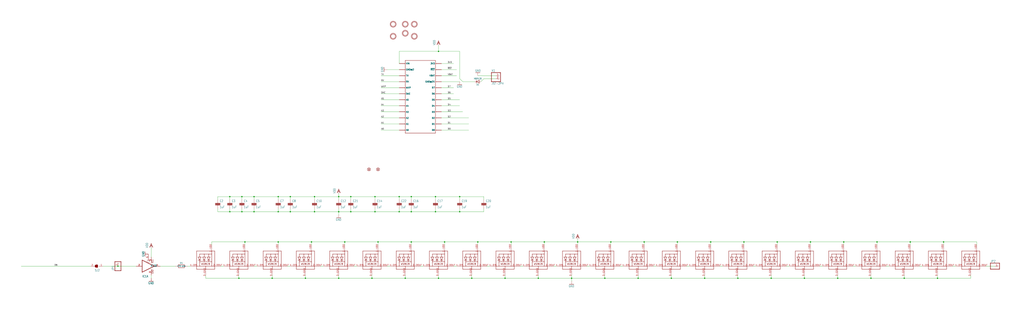
<source format=kicad_sch>
(kicad_sch (version 20230121) (generator eeschema)
  (paper "User" 860.069 262.153)
  (lib_symbols
    (symbol "working-eagle-import:741G125DBV"
      (property "Reference" "IC" (at -0.635 -0.635 0))
      (symbol "741G125DBV_1_0"
        (polyline (pts (xy -5.08 -5.08) (xy -5.08 5.08)) (stroke (width 0.4064)))
        (polyline (pts (xy 0 4.826) (xy 0 5.588)) (stroke (width 0.1524)))
        (polyline (pts (xy 5.08 0) (xy -5.08 -5.08)) (stroke (width 0.4064)))
        (polyline (pts (xy 5.08 0) (xy -5.08 5.08)) (stroke (width 0.4064)))
        (circle (center 0 3.81) (radius 1.016) (stroke (width 0.1524)))
        (pin input line (at 0 10.16 270) (length 5.08) (name "OE") (number "1"))
        (pin input line (at -10.16 0 0) (length 5.08) (name "I") (number "2"))
        (pin tri_state line (at 10.16 0 180) (length 5.08) (name "O") (number "4"))
      )
      (symbol "741G125DBV_2_0"
        (text "GND" (at 1.905 -6.35 900) (effects (font (size 1.27 1.0795)) (justify left bottom)))
        (text "VCC" (at 1.905 2.54 900) (effects (font (size 1.27 1.0795)) (justify left bottom)))
        (pin power_in line (at 0 -7.62 90) (length 5.08) (name "GND") (number "3"))
        (pin power_in line (at 0 7.62 270) (length 5.08) (name "VCC") (number "5"))
      )
    )
    (symbol "working-eagle-import:C-EUC0603"
      (property "Reference" "C" (at 1.524 0.381 0))
      (symbol "C-EUC0603_1_0"
        (rectangle (start -2.032 -2.032) (end 2.032 -1.524) (fill (type outline)))
        (rectangle (start -2.032 -1.016) (end 2.032 -0.508) (fill (type outline)))
        (polyline (pts (xy 0 -2.54) (xy 0 -2.032)) (stroke (width 0.1524)))
        (polyline (pts (xy 0 0) (xy 0 -0.508)) (stroke (width 0.1524)))
        (pin passive line (at 0 2.54 270) (length 2.54) (name "1") (number "1"))
        (pin passive line (at 0 -5.08 90) (length 2.54) (name "2") (number "2"))
      )
    )
    (symbol "working-eagle-import:CON_JST_PH_2PIN"
      (property "Reference" "X" (at -6.35 5.715 0))
      (symbol "CON_JST_PH_2PIN_1_0"
        (polyline (pts (xy -6.35 -2.54) (xy 1.27 -2.54)) (stroke (width 0.4064)))
        (polyline (pts (xy -6.35 5.08) (xy -6.35 -2.54)) (stroke (width 0.4064)))
        (polyline (pts (xy 1.27 -2.54) (xy 1.27 5.08)) (stroke (width 0.4064)))
        (polyline (pts (xy 1.27 5.08) (xy -6.35 5.08)) (stroke (width 0.4064)))
        (pin passive inverted (at -2.54 2.54 0) (length 2.54) (name "1") (number "1"))
        (pin passive inverted (at -2.54 0 0) (length 2.54) (name "2") (number "2"))
      )
    )
    (symbol "working-eagle-import:DIODESOD-123"
      (property "Reference" "D" (at 0 2.54 0))
      (symbol "DIODESOD-123_1_0"
        (polyline (pts (xy -1.27 -1.27) (xy 1.27 0)) (stroke (width 0.254)))
        (polyline (pts (xy -1.27 1.27) (xy -1.27 -1.27)) (stroke (width 0.254)))
        (polyline (pts (xy 1.27 0) (xy -1.27 1.27)) (stroke (width 0.254)))
        (polyline (pts (xy 1.27 0) (xy 1.27 -1.27)) (stroke (width 0.254)))
        (polyline (pts (xy 1.27 1.27) (xy 1.27 0)) (stroke (width 0.254)))
        (pin passive line (at -2.54 0 0) (length 2.54) (name "A") (number "A"))
        (pin passive line (at 2.54 0 180) (length 2.54) (name "C") (number "C"))
      )
    )
    (symbol "working-eagle-import:FIDUCIAL{dblquote}{dblquote}"
      (symbol "FIDUCIAL{dblquote}{dblquote}_1_0"
        (polyline (pts (xy -0.762 0.762) (xy 0.762 -0.762)) (stroke (width 0.254)))
        (polyline (pts (xy 0.762 0.762) (xy -0.762 -0.762)) (stroke (width 0.254)))
        (circle (center 0 0) (radius 1.27) (stroke (width 0.254)))
      )
    )
    (symbol "working-eagle-import:GND" (power)
      (property "Value" "GND" (at -2.54 -2.54 0))
      (symbol "GND_1_0"
        (polyline (pts (xy -1.905 0) (xy 1.905 0)) (stroke (width 0.254)))
        (pin power_in line (at 0 2.54 270) (length 2.54) (name "GND") (number "1"))
      )
    )
    (symbol "working-eagle-import:HEADER-1X1ROUND"
      (property "Reference" "JP" (at -6.35 3.175 0))
      (symbol "HEADER-1X1ROUND_1_0"
        (polyline (pts (xy -6.35 -2.54) (xy 1.27 -2.54)) (stroke (width 0.4064)))
        (polyline (pts (xy -6.35 2.54) (xy -6.35 -2.54)) (stroke (width 0.4064)))
        (polyline (pts (xy 1.27 -2.54) (xy 1.27 2.54)) (stroke (width 0.4064)))
        (polyline (pts (xy 1.27 2.54) (xy -6.35 2.54)) (stroke (width 0.4064)))
        (pin passive inverted (at -2.54 0 0) (length 2.54) (name "1") (number "1"))
      )
    )
    (symbol "working-eagle-import:MOUNTINGHOLE3.0THIN"
      (symbol "MOUNTINGHOLE3.0THIN_1_0"
        (circle (center 0 0) (radius 1.905) (stroke (width 0.254)))
        (circle (center 0 0) (radius 2.54) (stroke (width 0.254)))
      )
    )
    (symbol "working-eagle-import:PINHD-1X1CB"
      (property "Reference" "JP" (at -6.35 3.175 0))
      (symbol "PINHD-1X1CB_1_0"
        (polyline (pts (xy -6.35 -2.54) (xy 1.27 -2.54)) (stroke (width 0.4064)))
        (polyline (pts (xy -6.35 2.54) (xy -6.35 -2.54)) (stroke (width 0.4064)))
        (polyline (pts (xy 1.27 -2.54) (xy 1.27 2.54)) (stroke (width 0.4064)))
        (polyline (pts (xy 1.27 2.54) (xy -6.35 2.54)) (stroke (width 0.4064)))
        (pin passive inverted (at -2.54 0 0) (length 2.54) (name "1") (number "1"))
      )
    )
    (symbol "working-eagle-import:RESISTOR_0603_NOOUT"
      (property "Reference" "R" (at 0 2.54 0))
      (symbol "RESISTOR_0603_NOOUT_1_0"
        (polyline (pts (xy -2.54 -1.27) (xy -2.54 1.27)) (stroke (width 0.254)))
        (polyline (pts (xy -2.54 1.27) (xy 2.54 1.27)) (stroke (width 0.254)))
        (polyline (pts (xy 2.54 -1.27) (xy -2.54 -1.27)) (stroke (width 0.254)))
        (polyline (pts (xy 2.54 1.27) (xy 2.54 -1.27)) (stroke (width 0.254)))
        (pin passive line (at -5.08 0 0) (length 2.54) (name "1") (number "1"))
        (pin passive line (at 5.08 0 180) (length 2.54) (name "2") (number "2"))
      )
    )
    (symbol "working-eagle-import:SOLDERJUMPER_CLOSED"
      (property "Reference" "SJ" (at -2.54 2.54 0))
      (symbol "SOLDERJUMPER_CLOSED_1_0"
        (arc (start -0.381 -0.635) (mid 0.2541 -0.0001) (end -0.3808 0.635) (stroke (width 1.27)))
        (polyline (pts (xy -2.54 0) (xy -1.651 0)) (stroke (width 0.1524)))
        (polyline (pts (xy -0.635 0) (xy 0.635 0)) (stroke (width 0.4064)))
        (polyline (pts (xy 2.54 0) (xy 1.651 0)) (stroke (width 0.1524)))
        (arc (start 0.3808 -0.635) (mid 1.0132 -0.0001) (end 0.381 0.635) (stroke (width 1.27)))
        (pin passive line (at -5.08 0 0) (length 2.54) (name "1") (number "1"))
        (pin passive line (at 5.08 0 180) (length 2.54) (name "2") (number "2"))
      )
    )
    (symbol "working-eagle-import:SPARK_CORE"
      (symbol "SPARK_CORE_1_0"
        (polyline (pts (xy -12.7 -30.48) (xy 12.7 -30.48)) (stroke (width 0.254)))
        (polyline (pts (xy -12.7 30.48) (xy -12.7 -30.48)) (stroke (width 0.254)))
        (polyline (pts (xy 12.7 -30.48) (xy 12.7 30.48)) (stroke (width 0.254)))
        (polyline (pts (xy 12.7 30.48) (xy -12.7 30.48)) (stroke (width 0.254)))
        (pin power_in line (at -17.78 27.94 0) (length 5.08) (name "VIN") (number "#1"))
        (pin bidirectional line (at -17.78 -17.78 0) (length 5.08) (name "A2") (number "#10"))
        (pin bidirectional line (at -17.78 -22.86 0) (length 5.08) (name "A1") (number "#11"))
        (pin bidirectional line (at -17.78 -27.94 0) (length 5.08) (name "A0") (number "#12"))
        (pin bidirectional line (at 17.78 -27.94 180) (length 5.08) (name "D0") (number "#13"))
        (pin bidirectional line (at 17.78 -22.86 180) (length 5.08) (name "D1") (number "#14"))
        (pin bidirectional line (at 17.78 -17.78 180) (length 5.08) (name "D2") (number "#15"))
        (pin bidirectional line (at 17.78 -12.7 180) (length 5.08) (name "D3") (number "#16"))
        (pin bidirectional line (at 17.78 -7.62 180) (length 5.08) (name "D4") (number "#17"))
        (pin bidirectional line (at 17.78 -2.54 180) (length 5.08) (name "D5") (number "#18"))
        (pin bidirectional line (at 17.78 2.54 180) (length 5.08) (name "D6") (number "#19"))
        (pin power_in line (at -17.78 22.86 0) (length 5.08) (name "GND@2") (number "#2"))
        (pin bidirectional line (at 17.78 7.62 180) (length 5.08) (name "D7") (number "#20"))
        (pin power_in line (at 17.78 12.7 180) (length 5.08) (name "GND@21") (number "#21"))
        (pin power_in line (at 17.78 17.78 180) (length 5.08) (name "VBAT") (number "#22"))
        (pin bidirectional line (at 17.78 22.86 180) (length 5.08) (name "~{RST}") (number "#23"))
        (pin power_in line (at 17.78 27.94 180) (length 5.08) (name "3V3") (number "#24"))
        (pin bidirectional line (at -17.78 17.78 0) (length 5.08) (name "TX") (number "#3"))
        (pin bidirectional line (at -17.78 12.7 0) (length 5.08) (name "RX") (number "#4"))
        (pin bidirectional line (at -17.78 7.62 0) (length 5.08) (name "WKP") (number "#5"))
        (pin bidirectional line (at -17.78 2.54 0) (length 5.08) (name "DAC") (number "#6"))
        (pin bidirectional line (at -17.78 -2.54 0) (length 5.08) (name "A5") (number "#7"))
        (pin bidirectional line (at -17.78 -7.62 0) (length 5.08) (name "A4") (number "#8"))
        (pin bidirectional line (at -17.78 -12.7 0) (length 5.08) (name "A3") (number "#9"))
        (pin power_in line (at -17.78 27.94 0) (length 5.08) (name "VIN") (number "1"))
        (pin bidirectional line (at -17.78 -17.78 0) (length 5.08) (name "A2") (number "10"))
        (pin bidirectional line (at -17.78 -22.86 0) (length 5.08) (name "A1") (number "11"))
        (pin bidirectional line (at -17.78 -27.94 0) (length 5.08) (name "A0") (number "12"))
        (pin bidirectional line (at 17.78 -27.94 180) (length 5.08) (name "D0") (number "13"))
        (pin bidirectional line (at 17.78 -22.86 180) (length 5.08) (name "D1") (number "14"))
        (pin bidirectional line (at 17.78 -17.78 180) (length 5.08) (name "D2") (number "15"))
        (pin bidirectional line (at 17.78 -12.7 180) (length 5.08) (name "D3") (number "16"))
        (pin bidirectional line (at 17.78 -7.62 180) (length 5.08) (name "D4") (number "17"))
        (pin bidirectional line (at 17.78 -2.54 180) (length 5.08) (name "D5") (number "18"))
        (pin bidirectional line (at 17.78 2.54 180) (length 5.08) (name "D6") (number "19"))
        (pin power_in line (at -17.78 22.86 0) (length 5.08) (name "GND@2") (number "2"))
        (pin bidirectional line (at 17.78 7.62 180) (length 5.08) (name "D7") (number "20"))
        (pin power_in line (at 17.78 12.7 180) (length 5.08) (name "GND@21") (number "21"))
        (pin power_in line (at 17.78 17.78 180) (length 5.08) (name "VBAT") (number "22"))
        (pin bidirectional line (at 17.78 22.86 180) (length 5.08) (name "~{RST}") (number "23"))
        (pin power_in line (at 17.78 27.94 180) (length 5.08) (name "3V3") (number "24"))
        (pin bidirectional line (at -17.78 17.78 0) (length 5.08) (name "TX") (number "3"))
        (pin bidirectional line (at -17.78 12.7 0) (length 5.08) (name "RX") (number "4"))
        (pin bidirectional line (at -17.78 7.62 0) (length 5.08) (name "WKP") (number "5"))
        (pin bidirectional line (at -17.78 2.54 0) (length 5.08) (name "DAC") (number "6"))
        (pin bidirectional line (at -17.78 -2.54 0) (length 5.08) (name "A5") (number "7"))
        (pin bidirectional line (at -17.78 -7.62 0) (length 5.08) (name "A4") (number "8"))
        (pin bidirectional line (at -17.78 -12.7 0) (length 5.08) (name "A3") (number "9"))
        (pin power_in line (at -17.78 27.94 0) (length 5.08) (name "VIN") (number "@1"))
        (pin bidirectional line (at -17.78 -17.78 0) (length 5.08) (name "A2") (number "@10"))
        (pin bidirectional line (at -17.78 -22.86 0) (length 5.08) (name "A1") (number "@11"))
        (pin bidirectional line (at -17.78 -27.94 0) (length 5.08) (name "A0") (number "@12"))
        (pin bidirectional line (at 17.78 -27.94 180) (length 5.08) (name "D0") (number "@13"))
        (pin bidirectional line (at 17.78 -22.86 180) (length 5.08) (name "D1") (number "@14"))
        (pin bidirectional line (at 17.78 -17.78 180) (length 5.08) (name "D2") (number "@15"))
        (pin bidirectional line (at 17.78 -12.7 180) (length 5.08) (name "D3") (number "@16"))
        (pin bidirectional line (at 17.78 -7.62 180) (length 5.08) (name "D4") (number "@17"))
        (pin bidirectional line (at 17.78 -2.54 180) (length 5.08) (name "D5") (number "@18"))
        (pin bidirectional line (at 17.78 2.54 180) (length 5.08) (name "D6") (number "@19"))
        (pin power_in line (at -17.78 22.86 0) (length 5.08) (name "GND@2") (number "@2"))
        (pin bidirectional line (at 17.78 7.62 180) (length 5.08) (name "D7") (number "@20"))
        (pin power_in line (at 17.78 12.7 180) (length 5.08) (name "GND@21") (number "@21"))
        (pin power_in line (at 17.78 17.78 180) (length 5.08) (name "VBAT") (number "@22"))
        (pin bidirectional line (at 17.78 22.86 180) (length 5.08) (name "~{RST}") (number "@23"))
        (pin power_in line (at 17.78 27.94 180) (length 5.08) (name "3V3") (number "@24"))
        (pin bidirectional line (at -17.78 17.78 0) (length 5.08) (name "TX") (number "@3"))
        (pin bidirectional line (at -17.78 12.7 0) (length 5.08) (name "RX") (number "@4"))
        (pin bidirectional line (at -17.78 7.62 0) (length 5.08) (name "WKP") (number "@5"))
        (pin bidirectional line (at -17.78 2.54 0) (length 5.08) (name "DAC") (number "@6"))
        (pin bidirectional line (at -17.78 -2.54 0) (length 5.08) (name "A5") (number "@7"))
        (pin bidirectional line (at -17.78 -7.62 0) (length 5.08) (name "A4") (number "@8"))
        (pin bidirectional line (at -17.78 -12.7 0) (length 5.08) (name "A3") (number "@9"))
      )
    )
    (symbol "working-eagle-import:VDD" (power)
      (property "Value" "VDD" (at -2.54 -2.54 90))
      (symbol "VDD_1_0"
        (polyline (pts (xy 0 0) (xy -1.27 -1.905)) (stroke (width 0.254)))
        (polyline (pts (xy 0 1.27) (xy -1.27 -1.905)) (stroke (width 0.254)))
        (polyline (pts (xy 1.27 -1.905) (xy 0 0)) (stroke (width 0.254)))
        (polyline (pts (xy 1.27 -1.905) (xy 0 1.27)) (stroke (width 0.254)))
        (pin power_in line (at 0 -2.54 90) (length 2.54) (name "VDD") (number "1"))
      )
    )
    (symbol "working-eagle-import:WS2812B5050-NARROW"
      (symbol "WS2812B5050-NARROW_1_0"
        (polyline (pts (xy -7.62 -5.08) (xy 0 -5.08)) (stroke (width 0.254)))
        (polyline (pts (xy -7.62 -2.54) (xy -7.62 -5.08)) (stroke (width 0.254)))
        (polyline (pts (xy -7.62 10.16) (xy -7.62 -2.54)) (stroke (width 0.254)))
        (polyline (pts (xy -6.35 2.54) (xy -5.08 2.54)) (stroke (width 0.254)))
        (polyline (pts (xy -6.35 5.08) (xy -5.08 5.08)) (stroke (width 0.254)))
        (polyline (pts (xy -5.08 -2.54) (xy -7.62 -2.54)) (stroke (width 0.254)))
        (polyline (pts (xy -5.08 -2.54) (xy 0 -2.54)) (stroke (width 0.254)))
        (polyline (pts (xy -5.08 1.27) (xy -5.08 -2.54)) (stroke (width 0.254)))
        (polyline (pts (xy -5.08 2.54) (xy -6.35 5.08)) (stroke (width 0.254)))
        (polyline (pts (xy -5.08 2.54) (xy -5.08 1.27)) (stroke (width 0.254)))
        (polyline (pts (xy -5.08 2.54) (xy -3.81 5.08)) (stroke (width 0.254)))
        (polyline (pts (xy -5.08 5.08) (xy -3.81 5.08)) (stroke (width 0.254)))
        (polyline (pts (xy -5.08 7.62) (xy -5.08 5.08)) (stroke (width 0.254)))
        (polyline (pts (xy -3.81 2.54) (xy -5.08 2.54)) (stroke (width 0.254)))
        (polyline (pts (xy -2.54 2.54) (xy -1.27 2.54)) (stroke (width 0.254)))
        (polyline (pts (xy -2.54 5.08) (xy 0 5.08)) (stroke (width 0.254)))
        (polyline (pts (xy -1.27 1.27) (xy -5.08 1.27)) (stroke (width 0.254)))
        (polyline (pts (xy -1.27 2.54) (xy -2.54 5.08)) (stroke (width 0.254)))
        (polyline (pts (xy -1.27 2.54) (xy -1.27 1.27)) (stroke (width 0.254)))
        (polyline (pts (xy -1.27 2.54) (xy 0 2.54)) (stroke (width 0.254)))
        (polyline (pts (xy -1.27 5.08) (xy -1.27 7.62)) (stroke (width 0.254)))
        (polyline (pts (xy -1.27 7.62) (xy -5.08 7.62)) (stroke (width 0.254)))
        (polyline (pts (xy 0 -5.08) (xy 7.62 -5.08)) (stroke (width 0.254)))
        (polyline (pts (xy 0 -2.54) (xy 0 -5.08)) (stroke (width 0.254)))
        (polyline (pts (xy 0 -2.54) (xy 5.08 -2.54)) (stroke (width 0.254)))
        (polyline (pts (xy 0 5.08) (xy -1.27 2.54)) (stroke (width 0.254)))
        (polyline (pts (xy 1.27 5.08) (xy 2.54 2.54)) (stroke (width 0.254)))
        (polyline (pts (xy 1.27 5.08) (xy 2.54 5.08)) (stroke (width 0.254)))
        (polyline (pts (xy 2.54 1.27) (xy -1.27 1.27)) (stroke (width 0.254)))
        (polyline (pts (xy 2.54 2.54) (xy 1.27 2.54)) (stroke (width 0.254)))
        (polyline (pts (xy 2.54 2.54) (xy 2.54 1.27)) (stroke (width 0.254)))
        (polyline (pts (xy 2.54 2.54) (xy 3.81 2.54)) (stroke (width 0.254)))
        (polyline (pts (xy 2.54 2.54) (xy 3.81 5.08)) (stroke (width 0.254)))
        (polyline (pts (xy 2.54 5.08) (xy 2.54 7.62)) (stroke (width 0.254)))
        (polyline (pts (xy 2.54 7.62) (xy -1.27 7.62)) (stroke (width 0.254)))
        (polyline (pts (xy 2.54 7.62) (xy 5.08 7.62)) (stroke (width 0.254)))
        (polyline (pts (xy 3.81 5.08) (xy 2.54 5.08)) (stroke (width 0.254)))
        (polyline (pts (xy 5.08 -2.54) (xy 5.08 1.27)) (stroke (width 0.254)))
        (polyline (pts (xy 5.08 -2.54) (xy 7.62 -2.54)) (stroke (width 0.254)))
        (polyline (pts (xy 5.08 1.27) (xy 2.54 1.27)) (stroke (width 0.254)))
        (polyline (pts (xy 5.08 7.62) (xy 5.08 1.27)) (stroke (width 0.254)))
        (polyline (pts (xy 5.08 10.16) (xy -7.62 10.16)) (stroke (width 0.254)))
        (polyline (pts (xy 5.08 10.16) (xy 5.08 7.62)) (stroke (width 0.254)))
        (polyline (pts (xy 7.62 -5.08) (xy 7.62 -2.54)) (stroke (width 0.254)))
        (polyline (pts (xy 7.62 -2.54) (xy 7.62 10.16)) (stroke (width 0.254)))
        (polyline (pts (xy 7.62 10.16) (xy 5.08 10.16)) (stroke (width 0.254)))
        (text "WS2812B" (at 3.81 0 0) (effects (font (size 1.27 1.0795)) (justify right top)))
        (pin power_in line (at 5.08 15.24 270) (length 5.08) (name "VDD") (number "1-VDD"))
        (pin output line (at 12.7 -2.54 180) (length 5.08) (name "DO") (number "2-DOUT"))
        (pin power_in line (at 0 -10.16 90) (length 5.08) (name "GND") (number "3-GND"))
        (pin input line (at -12.7 -2.54 0) (length 5.08) (name "DI") (number "4-DIN"))
      )
    )
  )
  (junction (at 99.06 223.52))
  (junction (at 759.46 233.68))
  (junction (at 365.76 177.8))
  (junction (at 591.82 233.68))
  (junction (at 193.04 177.8))
  (junction (at 233.68 203.2))
  (junction (at 619.76 233.68))
  (junction (at 429.26 203.2))
  (junction (at 228.6 233.68))
  (junction (at 368.3 233.68))
  (junction (at 457.2 203.2))
  (junction (at 243.84 177.8))
  (junction (at 264.16 165.1))
  (junction (at 335.28 165.1))
  (junction (at 624.84 203.2))
  (junction (at 568.96 203.2))
  (junction (at 652.78 203.2))
  (junction (at 764.54 203.2))
  (junction (at 317.5 203.2))
  (junction (at 452.12 233.68))
  (junction (at 736.6 203.2))
  (junction (at 368.3 43.18))
  (junction (at 261.62 203.2))
  (junction (at 284.48 165.1))
  (junction (at 386.08 177.8))
  (junction (at 787.4 233.68))
  (junction (at 289.56 203.2))
  (junction (at 647.7 233.68))
  (junction (at 314.96 177.8))
  (junction (at 396.24 233.68))
  (junction (at 294.64 177.8))
  (junction (at 513.08 203.2))
  (junction (at 535.94 233.68))
  (junction (at 335.28 177.8))
  (junction (at 386.08 165.1))
  (junction (at 294.64 165.1))
  (junction (at 675.64 233.68))
  (junction (at 680.72 203.2))
  (junction (at 264.16 177.8))
  (junction (at 193.04 165.1))
  (junction (at 345.44 177.8))
  (junction (at 203.2 165.1))
  (junction (at 365.76 165.1))
  (junction (at 233.68 165.1))
  (junction (at 314.96 165.1))
  (junction (at 213.36 177.8))
  (junction (at 401.32 203.2))
  (junction (at 203.2 177.8))
  (junction (at 708.66 203.2))
  (junction (at 284.48 233.68))
  (junction (at 340.36 233.68))
  (junction (at 345.44 165.1))
  (junction (at 508 233.68))
  (junction (at 256.54 233.68))
  (junction (at 485.14 203.2))
  (junction (at 480.06 233.68))
  (junction (at 205.74 203.2))
  (junction (at 596.9 203.2))
  (junction (at 373.38 203.2))
  (junction (at 424.18 233.68))
  (junction (at 563.88 233.68))
  (junction (at 213.36 165.1))
  (junction (at 703.58 233.68))
  (junction (at 200.66 233.68))
  (junction (at 345.44 203.2))
  (junction (at 312.42 233.68))
  (junction (at 541.02 203.2))
  (junction (at 233.68 177.8))
  (junction (at 243.84 165.1))
  (junction (at 284.48 177.8))
  (junction (at 731.52 233.68))
  (junction (at 792.48 203.2))
  (wire (pts (xy 261.62 203.2) (xy 233.68 203.2)) (stroke (width 0.1524)))
  (wire (pts (xy 345.44 205.74) (xy 345.44 203.2)) (stroke (width 0.1524)))
  (wire (pts (xy 736.6 203.2) (xy 764.54 203.2)) (stroke (width 0.1524)))
  (wire (pts (xy 716.28 223.52) (xy 718.82 223.52)) (stroke (width 0.1524)))
  (wire (pts (xy 828.04 223.52) (xy 835.66 223.52)) (stroke (width 0.1524)))
  (wire (pts (xy 314.96 177.8) (xy 294.64 177.8)) (stroke (width 0.1524)))
  (wire (pts (xy 187.96 223.52) (xy 185.42 223.52)) (stroke (width 0.1524)))
  (wire (pts (xy 396.24 233.68) (xy 368.3 233.68)) (stroke (width 0.1524)))
  (wire (pts (xy 264.16 165.1) (xy 243.84 165.1)) (stroke (width 0.1524)))
  (wire (pts (xy 345.44 165.1) (xy 365.76 165.1)) (stroke (width 0.1524)))
  (wire (pts (xy 368.3 233.68) (xy 368.3 231.14)) (stroke (width 0.1524)))
  (wire (pts (xy 314.96 165.1) (xy 335.28 165.1)) (stroke (width 0.1524)))
  (wire (pts (xy 485.14 203.2) (xy 513.08 203.2)) (stroke (width 0.1524)))
  (wire (pts (xy 759.46 233.68) (xy 787.4 233.68)) (stroke (width 0.1524)))
  (wire (pts (xy 736.6 205.74) (xy 736.6 203.2)) (stroke (width 0.1524)))
  (wire (pts (xy 335.28 165.1) (xy 345.44 165.1)) (stroke (width 0.1524)))
  (wire (pts (xy 675.64 231.14) (xy 675.64 233.68)) (stroke (width 0.1524)))
  (wire (pts (xy 264.16 177.8) (xy 264.16 175.26)) (stroke (width 0.1524)))
  (wire (pts (xy 513.08 205.74) (xy 513.08 203.2)) (stroke (width 0.1524)))
  (wire (pts (xy 523.24 223.52) (xy 520.7 223.52)) (stroke (width 0.1524)))
  (wire (pts (xy 365.76 177.8) (xy 345.44 177.8)) (stroke (width 0.1524)))
  (wire (pts (xy 480.06 233.68) (xy 452.12 233.68)) (stroke (width 0.1524)))
  (wire (pts (xy 203.2 167.64) (xy 203.2 165.1)) (stroke (width 0.1524)))
  (wire (pts (xy 513.08 203.2) (xy 541.02 203.2)) (stroke (width 0.1524)))
  (wire (pts (xy 233.68 165.1) (xy 213.36 165.1)) (stroke (width 0.1524)))
  (wire (pts (xy 345.44 175.26) (xy 345.44 177.8)) (stroke (width 0.1524)))
  (wire (pts (xy 243.84 223.52) (xy 241.3 223.52)) (stroke (width 0.1524)))
  (wire (pts (xy 289.56 203.2) (xy 261.62 203.2)) (stroke (width 0.1524)))
  (wire (pts (xy 345.44 177.8) (xy 335.28 177.8)) (stroke (width 0.1524)))
  (wire (pts (xy 370.84 109.22) (xy 393.7 109.22)) (stroke (width 0.1524)))
  (wire (pts (xy 792.48 203.2) (xy 820.42 203.2)) (stroke (width 0.1524)))
  (wire (pts (xy 365.76 167.64) (xy 365.76 165.1)) (stroke (width 0.1524)))
  (wire (pts (xy 436.88 223.52) (xy 439.42 223.52)) (stroke (width 0.1524)))
  (wire (pts (xy 294.64 177.8) (xy 284.48 177.8)) (stroke (width 0.1524)))
  (wire (pts (xy 787.4 233.68) (xy 815.34 233.68)) (stroke (width 0.1524)))
  (wire (pts (xy 289.56 205.74) (xy 289.56 203.2)) (stroke (width 0.1524)))
  (wire (pts (xy 264.16 177.8) (xy 243.84 177.8)) (stroke (width 0.1524)))
  (wire (pts (xy 386.08 66.04) (xy 388.62 68.58)) (stroke (width 0.1524)))
  (wire (pts (xy 381 78.74) (xy 370.84 78.74)) (stroke (width 0.1524)))
  (wire (pts (xy 320.04 109.22) (xy 335.28 109.22)) (stroke (width 0.1524)))
  (wire (pts (xy 647.7 233.68) (xy 675.64 233.68)) (stroke (width 0.1524)))
  (wire (pts (xy 317.5 205.74) (xy 317.5 203.2)) (stroke (width 0.1524)))
  (wire (pts (xy 568.96 205.74) (xy 568.96 203.2)) (stroke (width 0.1524)))
  (wire (pts (xy 127 231.14) (xy 127 233.68)) (stroke (width 0.1524)))
  (wire (pts (xy 335.28 43.18) (xy 368.3 43.18)) (stroke (width 0.1524)))
  (wire (pts (xy 213.36 175.26) (xy 213.36 177.8)) (stroke (width 0.1524)))
  (wire (pts (xy 792.48 205.74) (xy 792.48 203.2)) (stroke (width 0.1524)))
  (wire (pts (xy 325.12 58.42) (xy 335.28 58.42)) (stroke (width 0.1524)))
  (wire (pts (xy 335.28 104.14) (xy 320.04 104.14)) (stroke (width 0.1524)))
  (wire (pts (xy 76.2 223.52) (xy 17.78 223.52)) (stroke (width 0.1524)))
  (wire (pts (xy 182.88 167.64) (xy 182.88 165.1)) (stroke (width 0.1524)))
  (wire (pts (xy 535.94 231.14) (xy 535.94 233.68)) (stroke (width 0.1524)))
  (wire (pts (xy 406.4 175.26) (xy 406.4 177.8)) (stroke (width 0.1524)))
  (wire (pts (xy 261.62 205.74) (xy 261.62 203.2)) (stroke (width 0.1524)))
  (wire (pts (xy 370.84 104.14) (xy 393.7 104.14)) (stroke (width 0.1524)))
  (wire (pts (xy 370.84 63.5) (xy 383.54 63.5)) (stroke (width 0.1524)))
  (wire (pts (xy 386.08 167.64) (xy 386.08 165.1)) (stroke (width 0.1524)))
  (wire (pts (xy 563.88 233.68) (xy 591.82 233.68)) (stroke (width 0.1524)))
  (wire (pts (xy 764.54 203.2) (xy 792.48 203.2)) (stroke (width 0.1524)))
  (wire (pts (xy 284.48 233.68) (xy 256.54 233.68)) (stroke (width 0.1524)))
  (wire (pts (xy 485.14 203.2) (xy 485.14 200.66)) (stroke (width 0.1524)))
  (wire (pts (xy 205.74 203.2) (xy 177.8 203.2)) (stroke (width 0.1524)))
  (wire (pts (xy 396.24 233.68) (xy 396.24 231.14)) (stroke (width 0.1524)))
  (wire (pts (xy 86.36 223.52) (xy 99.06 223.52)) (stroke (width 0.1524)))
  (wire (pts (xy 177.8 205.74) (xy 177.8 203.2)) (stroke (width 0.1524)))
  (wire (pts (xy 340.36 233.68) (xy 340.36 231.14)) (stroke (width 0.1524)))
  (wire (pts (xy 312.42 233.68) (xy 284.48 233.68)) (stroke (width 0.1524)))
  (wire (pts (xy 264.16 167.64) (xy 264.16 165.1)) (stroke (width 0.1524)))
  (wire (pts (xy 335.28 63.5) (xy 320.04 63.5)) (stroke (width 0.1524)))
  (wire (pts (xy 353.06 223.52) (xy 355.6 223.52)) (stroke (width 0.1524)))
  (wire (pts (xy 233.68 175.26) (xy 233.68 177.8)) (stroke (width 0.1524)))
  (wire (pts (xy 335.28 83.82) (xy 320.04 83.82)) (stroke (width 0.1524)))
  (wire (pts (xy 452.12 233.68) (xy 452.12 231.14)) (stroke (width 0.1524)))
  (wire (pts (xy 624.84 205.74) (xy 624.84 203.2)) (stroke (width 0.1524)))
  (wire (pts (xy 335.28 53.34) (xy 335.28 43.18)) (stroke (width 0.1524)))
  (wire (pts (xy 284.48 177.8) (xy 264.16 177.8)) (stroke (width 0.1524)))
  (wire (pts (xy 424.18 233.68) (xy 424.18 231.14)) (stroke (width 0.1524)))
  (wire (pts (xy 386.08 177.8) (xy 365.76 177.8)) (stroke (width 0.1524)))
  (wire (pts (xy 480.06 233.68) (xy 480.06 236.22)) (stroke (width 0.1524)))
  (wire (pts (xy 193.04 177.8) (xy 193.04 175.26)) (stroke (width 0.1524)))
  (wire (pts (xy 429.26 203.2) (xy 401.32 203.2)) (stroke (width 0.1524)))
  (wire (pts (xy 662.94 223.52) (xy 660.4 223.52)) (stroke (width 0.1524)))
  (wire (pts (xy 233.68 205.74) (xy 233.68 203.2)) (stroke (width 0.1524)))
  (wire (pts (xy 203.2 165.1) (xy 193.04 165.1)) (stroke (width 0.1524)))
  (wire (pts (xy 203.2 177.8) (xy 203.2 175.26)) (stroke (width 0.1524)))
  (wire (pts (xy 370.84 93.98) (xy 388.62 93.98)) (stroke (width 0.1524)))
  (wire (pts (xy 551.18 223.52) (xy 548.64 223.52)) (stroke (width 0.1524)))
  (wire (pts (xy 335.28 167.64) (xy 335.28 165.1)) (stroke (width 0.1524)))
  (wire (pts (xy 233.68 177.8) (xy 213.36 177.8)) (stroke (width 0.1524)))
  (wire (pts (xy 680.72 205.74) (xy 680.72 203.2)) (stroke (width 0.1524)))
  (wire (pts (xy 772.16 223.52) (xy 774.7 223.52)) (stroke (width 0.1524)))
  (wire (pts (xy 200.66 233.68) (xy 172.72 233.68)) (stroke (width 0.1524)))
  (wire (pts (xy 335.28 73.66) (xy 320.04 73.66)) (stroke (width 0.1524)))
  (wire (pts (xy 320.04 88.9) (xy 335.28 88.9)) (stroke (width 0.1524)))
  (wire (pts (xy 243.84 177.8) (xy 233.68 177.8)) (stroke (width 0.1524)))
  (wire (pts (xy 284.48 165.1) (xy 294.64 165.1)) (stroke (width 0.1524)))
  (wire (pts (xy 406.4 165.1) (xy 406.4 167.64)) (stroke (width 0.1524)))
  (wire (pts (xy 243.84 167.64) (xy 243.84 165.1)) (stroke (width 0.1524)))
  (wire (pts (xy 541.02 205.74) (xy 541.02 203.2)) (stroke (width 0.1524)))
  (wire (pts (xy 508 233.68) (xy 535.94 233.68)) (stroke (width 0.1524)))
  (wire (pts (xy 320.04 78.74) (xy 335.28 78.74)) (stroke (width 0.1524)))
  (wire (pts (xy 401.32 203.2) (xy 373.38 203.2)) (stroke (width 0.1524)))
  (wire (pts (xy 408.94 223.52) (xy 411.48 223.52)) (stroke (width 0.1524)))
  (wire (pts (xy 327.66 223.52) (xy 325.12 223.52)) (stroke (width 0.1524)))
  (wire (pts (xy 401.32 63.5) (xy 416.56 63.5)) (stroke (width 0.1524)))
  (wire (pts (xy 386.08 175.26) (xy 386.08 177.8)) (stroke (width 0.1524)))
  (wire (pts (xy 373.38 203.2) (xy 345.44 203.2)) (stroke (width 0.1524)))
  (wire (pts (xy 596.9 203.2) (xy 624.84 203.2)) (stroke (width 0.1524)))
  (wire (pts (xy 284.48 175.26) (xy 284.48 177.8)) (stroke (width 0.1524)))
  (wire (pts (xy 335.28 93.98) (xy 320.04 93.98)) (stroke (width 0.1524)))
  (wire (pts (xy 708.66 205.74) (xy 708.66 203.2)) (stroke (width 0.1524)))
  (wire (pts (xy 485.14 205.74) (xy 485.14 203.2)) (stroke (width 0.1524)))
  (wire (pts (xy 317.5 203.2) (xy 289.56 203.2)) (stroke (width 0.1524)))
  (wire (pts (xy 368.3 43.18) (xy 386.08 43.18)) (stroke (width 0.1524)))
  (wire (pts (xy 388.62 68.58) (xy 398.78 68.58)) (stroke (width 0.1524)))
  (wire (pts (xy 820.42 203.2) (xy 820.42 205.74)) (stroke (width 0.1524)))
  (wire (pts (xy 619.76 233.68) (xy 647.7 233.68)) (stroke (width 0.1524)))
  (wire (pts (xy 485.14 203.2) (xy 457.2 203.2)) (stroke (width 0.1524)))
  (wire (pts (xy 624.84 203.2) (xy 652.78 203.2)) (stroke (width 0.1524)))
  (wire (pts (xy 731.52 233.68) (xy 759.46 233.68)) (stroke (width 0.1524)))
  (wire (pts (xy 213.36 177.8) (xy 203.2 177.8)) (stroke (width 0.1524)))
  (wire (pts (xy 228.6 233.68) (xy 200.66 233.68)) (stroke (width 0.1524)))
  (wire (pts (xy 314.96 175.26) (xy 314.96 177.8)) (stroke (width 0.1524)))
  (wire (pts (xy 535.94 233.68) (xy 563.88 233.68)) (stroke (width 0.1524)))
  (wire (pts (xy 373.38 205.74) (xy 373.38 203.2)) (stroke (width 0.1524)))
  (wire (pts (xy 688.34 223.52) (xy 690.88 223.52)) (stroke (width 0.1524)))
  (wire (pts (xy 480.06 231.14) (xy 480.06 233.68)) (stroke (width 0.1524)))
  (wire (pts (xy 731.52 231.14) (xy 731.52 233.68)) (stroke (width 0.1524)))
  (wire (pts (xy 386.08 43.18) (xy 386.08 66.04)) (stroke (width 0.1524)))
  (wire (pts (xy 424.18 233.68) (xy 396.24 233.68)) (stroke (width 0.1524)))
  (wire (pts (xy 386.08 165.1) (xy 406.4 165.1)) (stroke (width 0.1524)))
  (wire (pts (xy 764.54 205.74) (xy 764.54 203.2)) (stroke (width 0.1524)))
  (wire (pts (xy 457.2 205.74) (xy 457.2 203.2)) (stroke (width 0.1524)))
  (wire (pts (xy 815.34 233.68) (xy 815.34 231.14)) (stroke (width 0.1524)))
  (wire (pts (xy 335.28 177.8) (xy 314.96 177.8)) (stroke (width 0.1524)))
  (wire (pts (xy 370.84 73.66) (xy 381 73.66)) (stroke (width 0.1524)))
  (wire (pts (xy 406.4 177.8) (xy 386.08 177.8)) (stroke (width 0.1524)))
  (wire (pts (xy 345.44 167.64) (xy 345.44 165.1)) (stroke (width 0.1524)))
  (wire (pts (xy 652.78 205.74) (xy 652.78 203.2)) (stroke (width 0.1524)))
  (wire (pts (xy 508 231.14) (xy 508 233.68)) (stroke (width 0.1524)))
  (wire (pts (xy 635 223.52) (xy 632.46 223.52)) (stroke (width 0.1524)))
  (wire (pts (xy 429.26 205.74) (xy 429.26 203.2)) (stroke (width 0.1524)))
  (wire (pts (xy 787.4 231.14) (xy 787.4 233.68)) (stroke (width 0.1524)))
  (wire (pts (xy 284.48 165.1) (xy 284.48 162.56)) (stroke (width 0.1524)))
  (wire (pts (xy 563.88 231.14) (xy 563.88 233.68)) (stroke (width 0.1524)))
  (wire (pts (xy 182.88 177.8) (xy 182.88 175.26)) (stroke (width 0.1524)))
  (wire (pts (xy 579.12 223.52) (xy 576.58 223.52)) (stroke (width 0.1524)))
  (wire (pts (xy 200.66 233.68) (xy 200.66 231.14)) (stroke (width 0.1524)))
  (wire (pts (xy 368.3 233.68) (xy 340.36 233.68)) (stroke (width 0.1524)))
  (wire (pts (xy 205.74 205.74) (xy 205.74 203.2)) (stroke (width 0.1524)))
  (wire (pts (xy 457.2 203.2) (xy 429.26 203.2)) (stroke (width 0.1524)))
  (wire (pts (xy 157.48 223.52) (xy 160.02 223.52)) (stroke (width 0.1524)))
  (wire (pts (xy 99.06 223.52) (xy 114.3 223.52)) (stroke (width 0.1524)))
  (wire (pts (xy 284.48 233.68) (xy 284.48 231.14)) (stroke (width 0.1524)))
  (wire (pts (xy 480.06 233.68) (xy 508 233.68)) (stroke (width 0.1524)))
  (wire (pts (xy 591.82 231.14) (xy 591.82 233.68)) (stroke (width 0.1524)))
  (wire (pts (xy 320.04 99.06) (xy 335.28 99.06)) (stroke (width 0.1524)))
  (wire (pts (xy 284.48 165.1) (xy 264.16 165.1)) (stroke (width 0.1524)))
  (wire (pts (xy 365.76 175.26) (xy 365.76 177.8)) (stroke (width 0.1524)))
  (wire (pts (xy 541.02 203.2) (xy 568.96 203.2)) (stroke (width 0.1524)))
  (wire (pts (xy 464.82 223.52) (xy 467.36 223.52)) (stroke (width 0.1524)))
  (wire (pts (xy 243.84 165.1) (xy 233.68 165.1)) (stroke (width 0.1524)))
  (wire (pts (xy 127 215.9) (xy 127 208.28)) (stroke (width 0.1524)))
  (wire (pts (xy 680.72 203.2) (xy 708.66 203.2)) (stroke (width 0.1524)))
  (wire (pts (xy 193.04 167.64) (xy 193.04 165.1)) (stroke (width 0.1524)))
  (wire (pts (xy 744.22 223.52) (xy 746.76 223.52)) (stroke (width 0.1524)))
  (wire (pts (xy 607.06 223.52) (xy 604.52 223.52)) (stroke (width 0.1524)))
  (wire (pts (xy 284.48 177.8) (xy 284.48 180.34)) (stroke (width 0.1524)))
  (wire (pts (xy 233.68 203.2) (xy 205.74 203.2)) (stroke (width 0.1524)))
  (wire (pts (xy 370.84 53.34) (xy 381 53.34)) (stroke (width 0.1524)))
  (wire (pts (xy 647.7 231.14) (xy 647.7 233.68)) (stroke (width 0.1524)))
  (wire (pts (xy 215.9 223.52) (xy 213.36 223.52)) (stroke (width 0.1524)))
  (wire (pts (xy 340.36 233.68) (xy 312.42 233.68)) (stroke (width 0.1524)))
  (wire (pts (xy 368.3 38.1) (xy 368.3 43.18)) (stroke (width 0.1524)))
  (wire (pts (xy 134.62 223.52) (xy 147.32 223.52)) (stroke (width 0.1524)))
  (wire (pts (xy 365.76 165.1) (xy 386.08 165.1)) (stroke (width 0.1524)))
  (wire (pts (xy 370.84 99.06) (xy 393.7 99.06)) (stroke (width 0.1524)))
  (wire (pts (xy 619.76 231.14) (xy 619.76 233.68)) (stroke (width 0.1524)))
  (wire (pts (xy 294.64 167.64) (xy 294.64 165.1)) (stroke (width 0.1524)))
  (wire (pts (xy 370.84 83.82) (xy 386.08 83.82)) (stroke (width 0.1524)))
  (wire (pts (xy 299.72 223.52) (xy 297.18 223.52)) (stroke (width 0.1524)))
  (wire (pts (xy 193.04 177.8) (xy 182.88 177.8)) (stroke (width 0.1524)))
  (wire (pts (xy 452.12 233.68) (xy 424.18 233.68)) (stroke (width 0.1524)))
  (wire (pts (xy 492.76 223.52) (xy 495.3 223.52)) (stroke (width 0.1524)))
  (wire (pts (xy 708.66 203.2) (xy 736.6 203.2)) (stroke (width 0.1524)))
  (wire (pts (xy 416.56 66.04) (xy 406.4 66.04)) (stroke (width 0.1524)))
  (wire (pts (xy 203.2 177.8) (xy 193.04 177.8)) (stroke (width 0.1524)))
  (wire (pts (xy 370.84 88.9) (xy 386.08 88.9)) (stroke (width 0.1524)))
  (wire (pts (xy 703.58 231.14) (xy 703.58 233.68)) (stroke (width 0.1524)))
  (wire (pts (xy 314.96 167.64) (xy 314.96 165.1)) (stroke (width 0.1524)))
  (wire (pts (xy 381 223.52) (xy 383.54 223.52)) (stroke (width 0.1524)))
  (wire (pts (xy 193.04 165.1) (xy 182.88 165.1)) (stroke (width 0.1524)))
  (wire (pts (xy 335.28 68.58) (xy 320.04 68.58)) (stroke (width 0.1524)))
  (wire (pts (xy 172.72 233.68) (xy 172.72 231.14)) (stroke (width 0.1524)))
  (wire (pts (xy 294.64 165.1) (xy 314.96 165.1)) (stroke (width 0.1524)))
  (wire (pts (xy 294.64 175.26) (xy 294.64 177.8)) (stroke (width 0.1524)))
  (wire (pts (xy 675.64 233.68) (xy 703.58 233.68)) (stroke (width 0.1524)))
  (wire (pts (xy 228.6 233.68) (xy 228.6 231.14)) (stroke (width 0.1524)))
  (wire (pts (xy 568.96 203.2) (xy 596.9 203.2)) (stroke (width 0.1524)))
  (wire (pts (xy 256.54 233.68) (xy 256.54 231.14)) (stroke (width 0.1524)))
  (wire (pts (xy 759.46 231.14) (xy 759.46 233.68)) (stroke (width 0.1524)))
  (wire (pts (xy 401.32 205.74) (xy 401.32 203.2)) (stroke (width 0.1524)))
  (wire (pts (xy 213.36 165.1) (xy 203.2 165.1)) (stroke (width 0.1524)))
  (wire (pts (xy 383.54 58.42) (xy 370.84 58.42)) (stroke (width 0.1524)))
  (wire (pts (xy 335.28 175.26) (xy 335.28 177.8)) (stroke (width 0.1524)))
  (wire (pts (xy 703.58 233.68) (xy 731.52 233.68)) (stroke (width 0.1524)))
  (wire (pts (xy 652.78 203.2) (xy 680.72 203.2)) (stroke (width 0.1524)))
  (wire (pts (xy 406.4 66.04) (xy 403.86 68.58)) (stroke (width 0.1524)))
  (wire (pts (xy 271.78 223.52) (xy 269.24 223.52)) (stroke (width 0.1524)))
  (wire (pts (xy 284.48 167.64) (xy 284.48 165.1)) (stroke (width 0.1524)))
  (wire (pts (xy 596.9 205.74) (xy 596.9 203.2)) (stroke (width 0.1524)))
  (wire (pts (xy 256.54 233.68) (xy 228.6 233.68)) (stroke (width 0.1524)))
  (wire (pts (xy 591.82 233.68) (xy 619.76 233.68)) (stroke (width 0.1524)))
  (wire (pts (xy 800.1 223.52) (xy 802.64 223.52)) (stroke (width 0.1524)))
  (wire (pts (xy 213.36 167.64) (xy 213.36 165.1)) (stroke (width 0.1524)))
  (wire (pts (xy 233.68 167.64) (xy 233.68 165.1)) (stroke (width 0.1524)))
  (wire (pts (xy 312.42 233.68) (xy 312.42 231.14)) (stroke (width 0.1524)))
  (wire (pts (xy 370.84 68.58) (xy 386.08 68.58)) (stroke (width 0.1524)))
  (wire (pts (xy 243.84 177.8) (xy 243.84 175.26)) (stroke (width 0.1524)))
  (wire (pts (xy 345.44 203.2) (xy 317.5 203.2)) (stroke (width 0.1524)))
  (label "RX" (at 320.04 68.58 0) (effects (font (size 1.2446 1.2446))))
  (label "D5" (at 375.92 83.82 0) (effects (font (size 1.2446 1.2446))))
  (label "D3" (at 375.92 93.98 0) (effects (font (size 1.2446 1.2446))))
  (label "A1" (at 320.04 104.14 0) (effects (font (size 1.2446 1.2446))))
  (label "DAC" (at 320.04 78.74 0) (effects (font (size 1.2446 1.2446))))
  (label "VBAT" (at 375.92 63.5 0) (effects (font (size 1.2446 1.2446))))
  (label "D6" (at 45.72 223.52 0) (effects (font (size 1.2446 1.2446))))
  (label "A2" (at 320.04 99.06 0) (effects (font (size 1.2446 1.2446))))
  (label "D6" (at 375.92 78.74 0) (effects (font (size 1.2446 1.2446))))
  (label "D0" (at 375.92 109.22 0) (effects (font (size 1.2446 1.2446))))
  (label "A5" (at 320.04 83.82 0) (effects (font (size 1.2446 1.2446))))
  (label "D2" (at 375.92 99.06 0) (effects (font (size 1.2446 1.2446))))
  (label "A3" (at 320.04 93.98 0) (effects (font (size 1.2446 1.2446))))
  (label "D7" (at 375.92 73.66 0) (effects (font (size 1.2446 1.2446))))
  (label "3V3" (at 375.92 53.34 0) (effects (font (size 1.2446 1.2446))))
  (label "TX" (at 320.04 63.5 0) (effects (font (size 1.2446 1.2446))))
  (label "WKP" (at 320.04 73.66 0) (effects (font (size 1.2446 1.2446))))
  (label "~{RST}" (at 375.92 58.42 0) (effects (font (size 1.2446 1.2446))))
  (label "D4" (at 375.92 88.9 0) (effects (font (size 1.2446 1.2446))))
  (label "A0" (at 320.04 109.22 0) (effects (font (size 1.2446 1.2446))))
  (label "A4" (at 320.04 88.9 0) (effects (font (size 1.2446 1.2446))))
  (label "D1" (at 375.92 104.14 0) (effects (font (size 1.2446 1.2446))))
  (symbol (lib_id "working-eagle-import:PINHD-1X1CB") (at 838.2 223.52 0) (unit 1)
    (property "Reference" "JP2" (at 831.85 220.345 0) (effects (font (size 1.778 1.5113)) (justify left bottom)))
    (property "Value" "PINHD-1X1CB" (effects hide))
    (property "Footprint" "working:1X01-CLEANBIG" (effects hide))
  )
  (symbol (lib_id "working-eagle-import:C-EUC0603") (at 386.08 170.18 0) (unit 1)
    (property "Reference" "C19" (at 387.604 169.799 0) (effects (font (size 1.778 1.5113)) (justify left bottom)))
    (property "Value" "1uF" (at 387.604 174.879 0) (effects (font (size 1.778 1.5113)) (justify left bottom)))
    (property "Footprint" "working:C0603" (effects hide))
  )
  (symbol (lib_id "working-eagle-import:741G125DBV") (at 124.46 223.52 0) (unit 1)
    (property "Reference" "IC1" (at 119.38 233.045 0) (effects (font (size 1.778 1.5113)) (justify left bottom)))
    (property "Value" "741G125DBV" (effects hide))
    (property "Footprint" "working:SOT23-5" (effects hide))
  )
  (symbol (lib_id "working-eagle-import:WS2812B5050-NARROW") (at 396.24 220.98 0) (unit 1)
    (property "Reference" "LED9" (effects hide))
    (property "Value" "WS2812B5050-NARROW" (effects hide))
    (property "Footprint" "working:WS2812B-NARROW" (effects hide))
  )
  (symbol (lib_id "working-eagle-import:MOUNTINGHOLE3.0THIN") (at 330.2 30.48 0) (unit 1)
    (property "Reference" "U$3" (effects hide))
    (property "Value" "MOUNTINGHOLE3.0THIN" (effects hide))
    (property "Footprint" "working:MOUNTINGHOLE_3.0_PLATEDTHIN" (effects hide))
  )
  (symbol (lib_id "working-eagle-import:VDD") (at 485.14 198.12 0) (unit 1)
    (property "Reference" "#VDD1" (effects hide))
    (property "Value" "VDD" (at 482.6 200.66 90) (effects (font (size 1.778 1.5113)) (justify left bottom)))
  )
  (symbol (lib_id "working-eagle-import:WS2812B5050-NARROW") (at 368.3 220.98 0) (unit 1)
    (property "Reference" "LED8" (effects hide))
    (property "Value" "WS2812B5050-NARROW" (effects hide))
    (property "Footprint" "working:WS2812B-NARROW" (effects hide))
  )
  (symbol (lib_id "working-eagle-import:SPARK_CORE") (at 353.06 81.28 0) (unit 1)
    (property "Reference" "U$2" (effects hide))
    (property "Value" "PHOTON" (effects hide))
    (property "Footprint" "working:SPARK_CORE_STACKABLE" (effects hide))
  )
  (symbol (lib_id "working-eagle-import:WS2812B5050-NARROW") (at 312.42 220.98 0) (unit 1)
    (property "Reference" "LED6" (effects hide))
    (property "Value" "WS2812B5050-NARROW" (effects hide))
    (property "Footprint" "working:WS2812B-NARROW" (effects hide))
  )
  (symbol (lib_id "working-eagle-import:WS2812B5050-NARROW") (at 619.76 220.98 0) (unit 1)
    (property "Reference" "LED17" (effects hide))
    (property "Value" "WS2812B5050-NARROW" (effects hide))
    (property "Footprint" "working:WS2812B-NARROW" (effects hide))
  )
  (symbol (lib_id "working-eagle-import:GND") (at 386.08 71.12 0) (unit 1)
    (property "Reference" "#GND3" (effects hide))
    (property "Value" "GND" (at 383.54 73.66 0) (effects (font (size 1.778 1.5113)) (justify left bottom)))
  )
  (symbol (lib_id "working-eagle-import:MOUNTINGHOLE3.0THIN") (at 347.98 20.32 0) (unit 1)
    (property "Reference" "U$6" (effects hide))
    (property "Value" "MOUNTINGHOLE3.0THIN" (effects hide))
    (property "Footprint" "working:MOUNTINGHOLE_3.0_PLATEDTHIN" (effects hide))
    (property "BOM" "EXCLUDE" (effects hide))
  )
  (symbol (lib_id "working-eagle-import:WS2812B5050-NARROW") (at 591.82 220.98 0) (unit 1)
    (property "Reference" "LED16" (effects hide))
    (property "Value" "WS2812B5050-NARROW" (effects hide))
    (property "Footprint" "working:WS2812B-NARROW" (effects hide))
  )
  (symbol (lib_id "working-eagle-import:WS2812B5050-NARROW") (at 200.66 220.98 0) (unit 1)
    (property "Reference" "LED2" (effects hide))
    (property "Value" "WS2812B5050-NARROW" (effects hide))
    (property "Footprint" "working:WS2812B-NARROW" (effects hide))
  )
  (symbol (lib_id "working-eagle-import:741G125DBV") (at 127 223.52 0) (unit 2)
    (property "Reference" "IC1" (at 126.365 224.155 0) (effects (font (size 1.778 1.5113)) (justify left bottom)))
    (property "Value" "741G125DBV" (effects hide))
    (property "Footprint" "working:SOT23-5" (effects hide))
  )
  (symbol (lib_id "working-eagle-import:CON_JST_PH_2PIN") (at 419.1 66.04 0) (unit 1)
    (property "Reference" "X1" (at 412.75 60.325 0) (effects (font (size 1.778 1.5113)) (justify left bottom)))
    (property "Value" "JST-2PH" (at 412.75 71.12 0) (effects (font (size 1.778 1.5113)) (justify left bottom)))
    (property "Footprint" "working:JSTPH2" (effects hide))
  )
  (symbol (lib_id "working-eagle-import:WS2812B5050-NARROW") (at 172.72 220.98 0) (unit 1)
    (property "Reference" "LED1" (effects hide))
    (property "Value" "WS2812B5050-NARROW" (effects hide))
    (property "Footprint" "working:WS2812B-NARROW" (effects hide))
  )
  (symbol (lib_id "working-eagle-import:WS2812B5050-NARROW") (at 759.46 220.98 0) (unit 1)
    (property "Reference" "LED22" (effects hide))
    (property "Value" "WS2812B5050-NARROW" (effects hide))
    (property "Footprint" "working:WS2812B-NARROW" (effects hide))
  )
  (symbol (lib_id "working-eagle-import:WS2812B5050-NARROW") (at 284.48 220.98 0) (unit 1)
    (property "Reference" "LED5" (effects hide))
    (property "Value" "WS2812B5050-NARROW" (effects hide))
    (property "Footprint" "working:WS2812B-NARROW" (effects hide))
  )
  (symbol (lib_id "working-eagle-import:VDD") (at 368.3 35.56 0) (unit 1)
    (property "Reference" "#VDD3" (effects hide))
    (property "Value" "VDD" (at 365.76 38.1 90) (effects (font (size 1.778 1.5113)) (justify left bottom)))
  )
  (symbol (lib_id "working-eagle-import:GND") (at 284.48 182.88 0) (unit 1)
    (property "Reference" "#GND2" (effects hide))
    (property "Value" "GND" (at 281.94 185.42 0) (effects (font (size 1.778 1.5113)) (justify left bottom)))
  )
  (symbol (lib_id "working-eagle-import:WS2812B5050-NARROW") (at 815.34 220.98 0) (unit 1)
    (property "Reference" "LED24" (effects hide))
    (property "Value" "WS2812B5050-NARROW" (effects hide))
    (property "Footprint" "working:WS2812B-NARROW" (effects hide))
  )
  (symbol (lib_id "working-eagle-import:GND") (at 322.58 58.42 270) (unit 1)
    (property "Reference" "#GND4" (effects hide))
    (property "Value" "GND" (at 320.04 55.88 0) (effects (font (size 1.778 1.5113)) (justify left bottom)))
  )
  (symbol (lib_id "working-eagle-import:WS2812B5050-NARROW") (at 340.36 220.98 0) (unit 1)
    (property "Reference" "LED7" (effects hide))
    (property "Value" "WS2812B5050-NARROW" (effects hide))
    (property "Footprint" "working:WS2812B-NARROW" (effects hide))
  )
  (symbol (lib_id "working-eagle-import:FIDUCIAL{dblquote}{dblquote}") (at 317.5 142.24 0) (unit 1)
    (property "Reference" "FID2" (effects hide))
    (property "Value" "FIDUCIAL{dblquote}{dblquote}" (effects hide))
    (property "Footprint" "working:FIDUCIAL_1MM" (effects hide))
  )
  (symbol (lib_id "working-eagle-import:FIDUCIAL{dblquote}{dblquote}") (at 309.88 142.24 0) (unit 1)
    (property "Reference" "FID1" (effects hide))
    (property "Value" "FIDUCIAL{dblquote}{dblquote}" (effects hide))
    (property "Footprint" "working:FIDUCIAL_1MM" (effects hide))
  )
  (symbol (lib_id "working-eagle-import:WS2812B5050-NARROW") (at 787.4 220.98 0) (unit 1)
    (property "Reference" "LED23" (effects hide))
    (property "Value" "WS2812B5050-NARROW" (effects hide))
    (property "Footprint" "working:WS2812B-NARROW" (effects hide))
  )
  (symbol (lib_id "working-eagle-import:WS2812B5050-NARROW") (at 731.52 220.98 0) (unit 1)
    (property "Reference" "LED21" (effects hide))
    (property "Value" "WS2812B5050-NARROW" (effects hide))
    (property "Footprint" "working:WS2812B-NARROW" (effects hide))
  )
  (symbol (lib_id "working-eagle-import:C-EUC0603") (at 193.04 170.18 0) (unit 1)
    (property "Reference" "C3" (at 194.564 169.799 0) (effects (font (size 1.778 1.5113)) (justify left bottom)))
    (property "Value" "1uF" (at 194.564 174.879 0) (effects (font (size 1.778 1.5113)) (justify left bottom)))
    (property "Footprint" "working:C0603" (effects hide))
  )
  (symbol (lib_id "working-eagle-import:WS2812B5050-NARROW") (at 424.18 220.98 0) (unit 1)
    (property "Reference" "LED10" (effects hide))
    (property "Value" "WS2812B5050-NARROW" (effects hide))
    (property "Footprint" "working:WS2812B-NARROW" (effects hide))
  )
  (symbol (lib_id "working-eagle-import:C-EUC0603") (at 345.44 170.18 0) (unit 1)
    (property "Reference" "C16" (at 346.964 169.799 0) (effects (font (size 1.778 1.5113)) (justify left bottom)))
    (property "Value" "1uF" (at 346.964 174.879 0) (effects (font (size 1.778 1.5113)) (justify left bottom)))
    (property "Footprint" "working:C0603" (effects hide))
  )
  (symbol (lib_id "working-eagle-import:C-EUC0603") (at 243.84 170.18 0) (unit 1)
    (property "Reference" "C8" (at 245.364 169.799 0) (effects (font (size 1.778 1.5113)) (justify left bottom)))
    (property "Value" "1uF" (at 245.364 174.879 0) (effects (font (size 1.778 1.5113)) (justify left bottom)))
    (property "Footprint" "working:C0603" (effects hide))
  )
  (symbol (lib_id "working-eagle-import:C-EUC0603") (at 213.36 170.18 0) (unit 1)
    (property "Reference" "C5" (at 214.884 169.799 0) (effects (font (size 1.778 1.5113)) (justify left bottom)))
    (property "Value" "1uF" (at 214.884 174.879 0) (effects (font (size 1.778 1.5113)) (justify left bottom)))
    (property "Footprint" "working:C0603" (effects hide))
  )
  (symbol (lib_id "working-eagle-import:GND") (at 127 236.22 0) (unit 1)
    (property "Reference" "#GND6" (effects hide))
    (property "Value" "GND" (at 124.46 238.76 0) (effects (font (size 1.778 1.5113)) (justify left bottom)))
  )
  (symbol (lib_id "working-eagle-import:WS2812B5050-NARROW") (at 480.06 220.98 0) (unit 1)
    (property "Reference" "LED12" (effects hide))
    (property "Value" "WS2812B5050-NARROW" (effects hide))
    (property "Footprint" "working:WS2812B-NARROW" (effects hide))
  )
  (symbol (lib_id "working-eagle-import:C-EUC0603") (at 284.48 170.18 0) (unit 1)
    (property "Reference" "C12" (at 286.004 169.799 0) (effects (font (size 1.778 1.5113)) (justify left bottom)))
    (property "Value" "1uF" (at 286.004 174.879 0) (effects (font (size 1.778 1.5113)) (justify left bottom)))
    (property "Footprint" "working:C0603" (effects hide))
  )
  (symbol (lib_id "working-eagle-import:C-EUC0603") (at 314.96 170.18 0) (unit 1)
    (property "Reference" "C14" (at 316.484 169.799 0) (effects (font (size 1.778 1.5113)) (justify left bottom)))
    (property "Value" "1uF" (at 316.484 174.879 0) (effects (font (size 1.778 1.5113)) (justify left bottom)))
    (property "Footprint" "working:C0603" (effects hide))
  )
  (symbol (lib_id "working-eagle-import:VDD") (at 284.48 160.02 0) (unit 1)
    (property "Reference" "#VDD2" (effects hide))
    (property "Value" "VDD" (at 281.94 162.56 90) (effects (font (size 1.778 1.5113)) (justify left bottom)))
  )
  (symbol (lib_id "working-eagle-import:C-EUC0603") (at 335.28 170.18 0) (unit 1)
    (property "Reference" "C22" (at 336.804 169.799 0) (effects (font (size 1.778 1.5113)) (justify left bottom)))
    (property "Value" "1uF" (at 336.804 174.879 0) (effects (font (size 1.778 1.5113)) (justify left bottom)))
    (property "Footprint" "working:C0603" (effects hide))
  )
  (symbol (lib_id "working-eagle-import:VDD") (at 127 205.74 0) (unit 1)
    (property "Reference" "#VDD4" (effects hide))
    (property "Value" "VDD" (at 124.46 208.28 90) (effects (font (size 1.778 1.5113)) (justify left bottom)))
  )
  (symbol (lib_id "working-eagle-import:WS2812B5050-NARROW") (at 508 220.98 0) (unit 1)
    (property "Reference" "LED13" (effects hide))
    (property "Value" "WS2812B5050-NARROW" (effects hide))
    (property "Footprint" "working:WS2812B-NARROW" (effects hide))
  )
  (symbol (lib_id "working-eagle-import:GND") (at 480.06 238.76 0) (unit 1)
    (property "Reference" "#GND1" (effects hide))
    (property "Value" "GND" (at 477.52 241.3 0) (effects (font (size 1.778 1.5113)) (justify left bottom)))
  )
  (symbol (lib_id "working-eagle-import:WS2812B5050-NARROW") (at 703.58 220.98 0) (unit 1)
    (property "Reference" "LED20" (effects hide))
    (property "Value" "WS2812B5050-NARROW" (effects hide))
    (property "Footprint" "working:WS2812B-NARROW" (effects hide))
  )
  (symbol (lib_id "working-eagle-import:MOUNTINGHOLE3.0THIN") (at 330.2 20.32 0) (unit 1)
    (property "Reference" "U$5" (effects hide))
    (property "Value" "MOUNTINGHOLE3.0THIN" (effects hide))
    (property "Footprint" "working:MOUNTINGHOLE_3.0_PLATEDTHIN" (effects hide))
    (property "BOM" "EXCLUDE" (effects hide))
  )
  (symbol (lib_id "working-eagle-import:WS2812B5050-NARROW") (at 256.54 220.98 0) (unit 1)
    (property "Reference" "LED4" (effects hide))
    (property "Value" "WS2812B5050-NARROW" (effects hide))
    (property "Footprint" "working:WS2812B-NARROW" (effects hide))
  )
  (symbol (lib_id "working-eagle-import:DIODESOD-123") (at 401.32 68.58 180) (unit 1)
    (property "Reference" "D1" (at 401.32 71.12 0) (effects (font (size 1.27 1.0795))))
    (property "Value" "MBR120" (at 401.32 66.08 0) (effects (font (size 1.27 1.0795))))
    (property "Footprint" "working:SOD-123" (effects hide))
  )
  (symbol (lib_id "working-eagle-import:MOUNTINGHOLE3.0THIN") (at 340.36 27.94 0) (unit 1)
    (property "Reference" "U$10" (effects hide))
    (property "Value" "MOUNTINGHOLE3.0THIN" (effects hide))
    (property "Footprint" "working:MOUNTINGHOLE_3.0_PLATEDTHIN" (effects hide))
    (property "BOM" "EXCLUDE" (effects hide))
  )
  (symbol (lib_id "working-eagle-import:SOLDERJUMPER_CLOSED") (at 81.28 223.52 180) (unit 1)
    (property "Reference" "SJ2" (at 83.82 226.06 0) (effects (font (size 1.778 1.5113)) (justify left bottom)))
    (property "Value" "SOLDERJUMPER_CLOSED" (effects hide))
    (property "Footprint" "working:SOLDERJUMPER_CLOSEDWIRE" (effects hide))
  )
  (symbol (lib_id "working-eagle-import:MOUNTINGHOLE3.0THIN") (at 340.36 20.32 0) (unit 1)
    (property "Reference" "U$9" (effects hide))
    (property "Value" "MOUNTINGHOLE3.0THIN" (effects hide))
    (property "Footprint" "working:MOUNTINGHOLE_3.0_PLATEDTHIN" (effects hide))
    (property "BOM" "EXCLUDE" (effects hide))
  )
  (symbol (lib_id "working-eagle-import:C-EUC0603") (at 182.88 170.18 0) (unit 1)
    (property "Reference" "C2" (at 184.404 169.799 0) (effects (font (size 1.778 1.5113)) (justify left bottom)))
    (property "Value" "1uF" (at 184.404 174.879 0) (effects (font (size 1.778 1.5113)) (justify left bottom)))
    (property "Footprint" "working:C0603" (effects hide))
  )
  (symbol (lib_id "working-eagle-import:C-EUC0603") (at 264.16 170.18 0) (unit 1)
    (property "Reference" "C10" (at 265.684 169.799 0) (effects (font (size 1.778 1.5113)) (justify left bottom)))
    (property "Value" "1uF" (at 265.684 174.879 0) (effects (font (size 1.778 1.5113)) (justify left bottom)))
    (property "Footprint" "working:C0603" (effects hide))
  )
  (symbol (lib_id "working-eagle-import:HEADER-1X1ROUND") (at 99.06 220.98 90) (unit 1)
    (property "Reference" "JP1" (at 95.885 227.33 0) (effects (font (size 1.778 1.5113)) (justify left bottom)))
    (property "Value" "HEADER-1X1ROUND" (effects hide))
    (property "Footprint" "working:1X01_ROUND" (effects hide))
  )
  (symbol (lib_id "working-eagle-import:C-EUC0603") (at 294.64 170.18 0) (unit 1)
    (property "Reference" "C21" (at 296.164 169.799 0) (effects (font (size 1.778 1.5113)) (justify left bottom)))
    (property "Value" "1uF" (at 296.164 174.879 0) (effects (font (size 1.778 1.5113)) (justify left bottom)))
    (property "Footprint" "working:C0603" (effects hide))
  )
  (symbol (lib_id "working-eagle-import:C-EUC0603") (at 365.76 170.18 0) (unit 1)
    (property "Reference" "C17" (at 367.284 169.799 0) (effects (font (size 1.778 1.5113)) (justify left bottom)))
    (property "Value" "1uF" (at 367.284 174.879 0) (effects (font (size 1.778 1.5113)) (justify left bottom)))
    (property "Footprint" "working:C0603" (effects hide))
  )
  (symbol (lib_id "working-eagle-import:WS2812B5050-NARROW") (at 452.12 220.98 0) (unit 1)
    (property "Reference" "LED11" (effects hide))
    (property "Value" "WS2812B5050-NARROW" (effects hide))
    (property "Footprint" "working:WS2812B-NARROW" (effects hide))
  )
  (symbol (lib_id "working-eagle-import:WS2812B5050-NARROW") (at 535.94 220.98 0) (unit 1)
    (property "Reference" "LED14" (effects hide))
    (property "Value" "WS2812B5050-NARROW" (effects hide))
    (property "Footprint" "working:WS2812B-NARROW" (effects hide))
  )
  (symbol (lib_id "working-eagle-import:C-EUC0603") (at 406.4 170.18 0) (unit 1)
    (property "Reference" "C20" (at 407.924 169.799 0) (effects (font (size 1.778 1.5113)) (justify left bottom)))
    (property "Value" "1uF" (at 407.924 174.879 0) (effects (font (size 1.778 1.5113)) (justify left bottom)))
    (property "Footprint" "working:C0603" (effects hide))
  )
  (symbol (lib_id "working-eagle-import:RESISTOR_0603_NOOUT") (at 152.4 223.52 0) (unit 1)
    (property "Reference" "R1" (at 152.4 220.98 0))
    (property "Value" "470 ohm" (at 152.4 223.52 0) (effects (font (size 1.016 1.016) bold)))
    (property "Footprint" "working:0603-NO" (effects hide))
  )
  (symbol (lib_id "working-eagle-import:WS2812B5050-NARROW") (at 675.64 220.98 0) (unit 1)
    (property "Reference" "LED19" (effects hide))
    (property "Value" "WS2812B5050-NARROW" (effects hide))
    (property "Footprint" "working:WS2812B-NARROW" (effects hide))
  )
  (symbol (lib_id "working-eagle-import:GND") (at 121.92 213.36 270) (unit 1)
    (property "Reference" "#GND7" (effects hide))
    (property "Value" "GND" (at 119.38 210.82 0) (effects (font (size 1.778 1.5113)) (justify left bottom)))
  )
  (symbol (lib_id "working-eagle-import:C-EUC0603") (at 233.68 170.18 0) (unit 1)
    (property "Reference" "C7" (at 235.204 169.799 0) (effects (font (size 1.778 1.5113)) (justify left bottom)))
    (property "Value" "1uF" (at 235.204 174.879 0) (effects (font (size 1.778 1.5113)) (justify left bottom)))
    (property "Footprint" "working:C0603" (effects hide))
  )
  (symbol (lib_id "working-eagle-import:WS2812B5050-NARROW") (at 647.7 220.98 0) (unit 1)
    (property "Reference" "LED18" (effects hide))
    (property "Value" "WS2812B5050-NARROW" (effects hide))
    (property "Footprint" "working:WS2812B-NARROW" (effects hide))
  )
  (symbol (lib_id "working-eagle-import:C-EUC0603") (at 203.2 170.18 0) (unit 1)
    (property "Reference" "C4" (at 204.724 169.799 0) (effects (font (size 1.778 1.5113)) (justify left bottom)))
    (property "Value" "1uF" (at 204.724 174.879 0) (effects (font (size 1.778 1.5113)) (justify left bottom)))
    (property "Footprint" "working:C0603" (effects hide))
  )
  (symbol (lib_id "working-eagle-import:WS2812B5050-NARROW") (at 228.6 220.98 0) (unit 1)
    (property "Reference" "LED3" (effects hide))
    (property "Value" "WS2812B5050-NARROW" (effects hide))
    (property "Footprint" "working:WS2812B-NARROW" (effects hide))
  )
  (symbol (lib_id "working-eagle-import:MOUNTINGHOLE3.0THIN") (at 347.98 30.48 0) (unit 1)
    (property "Reference" "U$4" (effects hide))
    (property "Value" "MOUNTINGHOLE3.0THIN" (effects hide))
    (property "Footprint" "working:MOUNTINGHOLE_3.0_PLATEDTHIN" (effects hide))
  )
  (symbol (lib_id "working-eagle-import:GND") (at 401.32 60.96 180) (unit 1)
    (property "Reference" "#GND5" (effects hide))
    (property "Value" "GND" (at 403.86 58.42 0) (effects (font (size 1.778 1.5113)) (justify left bottom)))
  )
  (symbol (lib_id "working-eagle-import:WS2812B5050-NARROW") (at 563.88 220.98 0) (unit 1)
    (property "Reference" "LED15" (effects hide))
    (property "Value" "WS2812B5050-NARROW" (effects hide))
    (property "Footprint" "working:WS2812B-NARROW" (effects hide))
  )
)
</source>
